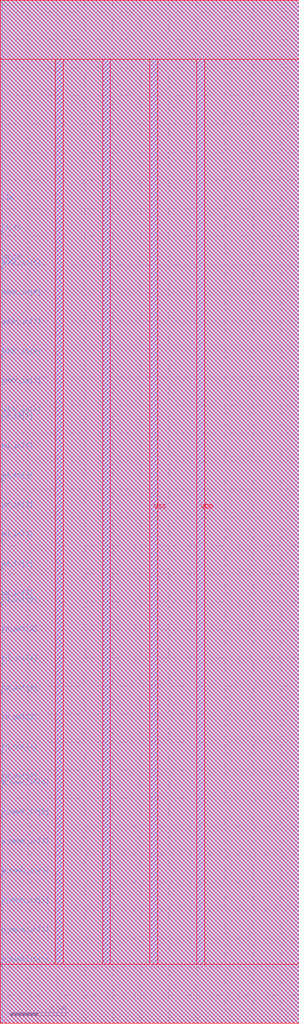
<source format=lef>
VERSION 5.7 ;
BUSBITCHARS "[]" ;
MACRO fakeram45_64x7
  FOREIGN fakeram45_64x7 0 0 ;
  SYMMETRY X Y R90 ;
  SIZE 10.640 BY 36.400 ;
  CLASS BLOCK ;
  PIN w_mask_in[0]
    DIRECTION INPUT ;
    USE SIGNAL ;
    SHAPE ABUTMENT ;
    PORT
      LAYER metal3 ;
      RECT 0.000 2.065 0.070 2.135 ;
    END
  END w_mask_in[0]
  PIN w_mask_in[1]
    DIRECTION INPUT ;
    USE SIGNAL ;
    SHAPE ABUTMENT ;
    PORT
      LAYER metal3 ;
      RECT 0.000 3.115 0.070 3.185 ;
    END
  END w_mask_in[1]
  PIN w_mask_in[2]
    DIRECTION INPUT ;
    USE SIGNAL ;
    SHAPE ABUTMENT ;
    PORT
      LAYER metal3 ;
      RECT 0.000 4.165 0.070 4.235 ;
    END
  END w_mask_in[2]
  PIN w_mask_in[3]
    DIRECTION INPUT ;
    USE SIGNAL ;
    SHAPE ABUTMENT ;
    PORT
      LAYER metal3 ;
      RECT 0.000 5.215 0.070 5.285 ;
    END
  END w_mask_in[3]
  PIN w_mask_in[4]
    DIRECTION INPUT ;
    USE SIGNAL ;
    SHAPE ABUTMENT ;
    PORT
      LAYER metal3 ;
      RECT 0.000 6.265 0.070 6.335 ;
    END
  END w_mask_in[4]
  PIN w_mask_in[5]
    DIRECTION INPUT ;
    USE SIGNAL ;
    SHAPE ABUTMENT ;
    PORT
      LAYER metal3 ;
      RECT 0.000 7.315 0.070 7.385 ;
    END
  END w_mask_in[5]
  PIN w_mask_in[6]
    DIRECTION INPUT ;
    USE SIGNAL ;
    SHAPE ABUTMENT ;
    PORT
      LAYER metal3 ;
      RECT 0.000 8.365 0.070 8.435 ;
    END
  END w_mask_in[6]
  PIN rd_out[0]
    DIRECTION OUTPUT ;
    USE SIGNAL ;
    SHAPE ABUTMENT ;
    PORT
      LAYER metal3 ;
      RECT 0.000 8.575 0.070 8.645 ;
    END
  END rd_out[0]
  PIN rd_out[1]
    DIRECTION OUTPUT ;
    USE SIGNAL ;
    SHAPE ABUTMENT ;
    PORT
      LAYER metal3 ;
      RECT 0.000 9.625 0.070 9.695 ;
    END
  END rd_out[1]
  PIN rd_out[2]
    DIRECTION OUTPUT ;
    USE SIGNAL ;
    SHAPE ABUTMENT ;
    PORT
      LAYER metal3 ;
      RECT 0.000 10.675 0.070 10.745 ;
    END
  END rd_out[2]
  PIN rd_out[3]
    DIRECTION OUTPUT ;
    USE SIGNAL ;
    SHAPE ABUTMENT ;
    PORT
      LAYER metal3 ;
      RECT 0.000 11.725 0.070 11.795 ;
    END
  END rd_out[3]
  PIN rd_out[4]
    DIRECTION OUTPUT ;
    USE SIGNAL ;
    SHAPE ABUTMENT ;
    PORT
      LAYER metal3 ;
      RECT 0.000 12.775 0.070 12.845 ;
    END
  END rd_out[4]
  PIN rd_out[5]
    DIRECTION OUTPUT ;
    USE SIGNAL ;
    SHAPE ABUTMENT ;
    PORT
      LAYER metal3 ;
      RECT 0.000 13.825 0.070 13.895 ;
    END
  END rd_out[5]
  PIN rd_out[6]
    DIRECTION OUTPUT ;
    USE SIGNAL ;
    SHAPE ABUTMENT ;
    PORT
      LAYER metal3 ;
      RECT 0.000 14.875 0.070 14.945 ;
    END
  END rd_out[6]
  PIN wd_in[0]
    DIRECTION INPUT ;
    USE SIGNAL ;
    SHAPE ABUTMENT ;
    PORT
      LAYER metal3 ;
      RECT 0.000 15.085 0.070 15.155 ;
    END
  END wd_in[0]
  PIN wd_in[1]
    DIRECTION INPUT ;
    USE SIGNAL ;
    SHAPE ABUTMENT ;
    PORT
      LAYER metal3 ;
      RECT 0.000 16.135 0.070 16.205 ;
    END
  END wd_in[1]
  PIN wd_in[2]
    DIRECTION INPUT ;
    USE SIGNAL ;
    SHAPE ABUTMENT ;
    PORT
      LAYER metal3 ;
      RECT 0.000 17.185 0.070 17.255 ;
    END
  END wd_in[2]
  PIN wd_in[3]
    DIRECTION INPUT ;
    USE SIGNAL ;
    SHAPE ABUTMENT ;
    PORT
      LAYER metal3 ;
      RECT 0.000 18.235 0.070 18.305 ;
    END
  END wd_in[3]
  PIN wd_in[4]
    DIRECTION INPUT ;
    USE SIGNAL ;
    SHAPE ABUTMENT ;
    PORT
      LAYER metal3 ;
      RECT 0.000 19.285 0.070 19.355 ;
    END
  END wd_in[4]
  PIN wd_in[5]
    DIRECTION INPUT ;
    USE SIGNAL ;
    SHAPE ABUTMENT ;
    PORT
      LAYER metal3 ;
      RECT 0.000 20.335 0.070 20.405 ;
    END
  END wd_in[5]
  PIN wd_in[6]
    DIRECTION INPUT ;
    USE SIGNAL ;
    SHAPE ABUTMENT ;
    PORT
      LAYER metal3 ;
      RECT 0.000 21.385 0.070 21.455 ;
    END
  END wd_in[6]
  PIN addr_in[0]
    DIRECTION INPUT ;
    USE SIGNAL ;
    SHAPE ABUTMENT ;
    PORT
      LAYER metal3 ;
      RECT 0.000 21.595 0.070 21.665 ;
    END
  END addr_in[0]
  PIN addr_in[1]
    DIRECTION INPUT ;
    USE SIGNAL ;
    SHAPE ABUTMENT ;
    PORT
      LAYER metal3 ;
      RECT 0.000 22.645 0.070 22.715 ;
    END
  END addr_in[1]
  PIN addr_in[2]
    DIRECTION INPUT ;
    USE SIGNAL ;
    SHAPE ABUTMENT ;
    PORT
      LAYER metal3 ;
      RECT 0.000 23.695 0.070 23.765 ;
    END
  END addr_in[2]
  PIN addr_in[3]
    DIRECTION INPUT ;
    USE SIGNAL ;
    SHAPE ABUTMENT ;
    PORT
      LAYER metal3 ;
      RECT 0.000 24.745 0.070 24.815 ;
    END
  END addr_in[3]
  PIN addr_in[4]
    DIRECTION INPUT ;
    USE SIGNAL ;
    SHAPE ABUTMENT ;
    PORT
      LAYER metal3 ;
      RECT 0.000 25.795 0.070 25.865 ;
    END
  END addr_in[4]
  PIN addr_in[5]
    DIRECTION INPUT ;
    USE SIGNAL ;
    SHAPE ABUTMENT ;
    PORT
      LAYER metal3 ;
      RECT 0.000 26.845 0.070 26.915 ;
    END
  END addr_in[5]
  PIN we_in
    DIRECTION INPUT ;
    USE SIGNAL ;
    SHAPE ABUTMENT ;
    PORT
      LAYER metal3 ;
      RECT 0.000 27.055 0.070 27.125 ;
    END
  END we_in
  PIN ce_in
    DIRECTION INPUT ;
    USE SIGNAL ;
    SHAPE ABUTMENT ;
    PORT
      LAYER metal3 ;
      RECT 0.000 28.105 0.070 28.175 ;
    END
  END ce_in
  PIN clk
    DIRECTION INPUT ;
    USE SIGNAL ;
    SHAPE ABUTMENT ;
    PORT
      LAYER metal3 ;
      RECT 0.000 29.155 0.070 29.225 ;
    END
  END clk
  PIN VSS
    DIRECTION INOUT ;
    USE GROUND ;
    PORT
      LAYER metal4 ;
      RECT 1.960 2.100 2.240 34.300 ;
      RECT 5.320 2.100 5.600 34.300 ;
    END
  END VSS
  PIN VDD
    DIRECTION INOUT ;
    USE POWER ;
    PORT
      LAYER metal4 ;
      RECT 3.640 2.100 3.920 34.300 ;
      RECT 7.000 2.100 7.280 34.300 ;
    END
  END VDD
  OBS
    LAYER metal1 ;
    RECT 0 0 10.640 36.400 ;
    LAYER metal2 ;
    RECT 0 0 10.640 36.400 ;
    LAYER metal3 ;
    RECT 0.070 0 10.640 36.400 ;
    RECT 0 0.000 0.070 2.065 ;
    RECT 0 2.135 0.070 3.115 ;
    RECT 0 3.185 0.070 4.165 ;
    RECT 0 4.235 0.070 5.215 ;
    RECT 0 5.285 0.070 6.265 ;
    RECT 0 6.335 0.070 7.315 ;
    RECT 0 7.385 0.070 8.365 ;
    RECT 0 8.435 0.070 8.575 ;
    RECT 0 8.645 0.070 9.625 ;
    RECT 0 9.695 0.070 10.675 ;
    RECT 0 10.745 0.070 11.725 ;
    RECT 0 11.795 0.070 12.775 ;
    RECT 0 12.845 0.070 13.825 ;
    RECT 0 13.895 0.070 14.875 ;
    RECT 0 14.945 0.070 15.085 ;
    RECT 0 15.155 0.070 16.135 ;
    RECT 0 16.205 0.070 17.185 ;
    RECT 0 17.255 0.070 18.235 ;
    RECT 0 18.305 0.070 19.285 ;
    RECT 0 19.355 0.070 20.335 ;
    RECT 0 20.405 0.070 21.385 ;
    RECT 0 21.455 0.070 21.595 ;
    RECT 0 21.665 0.070 22.645 ;
    RECT 0 22.715 0.070 23.695 ;
    RECT 0 23.765 0.070 24.745 ;
    RECT 0 24.815 0.070 25.795 ;
    RECT 0 25.865 0.070 26.845 ;
    RECT 0 26.915 0.070 27.055 ;
    RECT 0 27.125 0.070 28.105 ;
    RECT 0 28.175 0.070 29.155 ;
    RECT 0 29.225 0.070 36.400 ;
    LAYER metal4 ;
    RECT 0 0 10.640 2.100 ;
    RECT 0 34.300 10.640 36.400 ;
    RECT 0.000 2.100 1.960 34.300 ;
    RECT 2.240 2.100 3.640 34.300 ;
    RECT 3.920 2.100 5.320 34.300 ;
    RECT 5.600 2.100 7.000 34.300 ;
    RECT 7.280 2.100 10.640 34.300 ;
    LAYER OVERLAP ;
    RECT 0 0 10.640 36.400 ;
  END
END fakeram45_64x7

END LIBRARY

</source>
